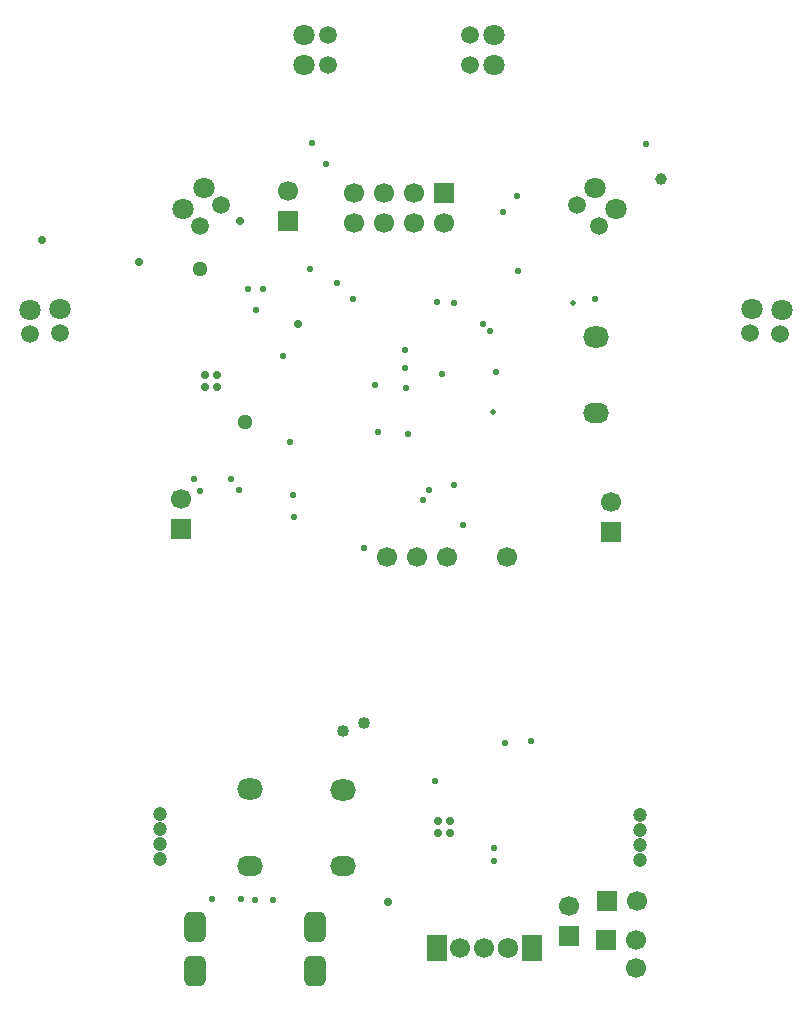
<source format=gbs>
%FSTAX23Y23*%
%MOIN*%
%SFA1B1*%

%IPPOS*%
%AMD135*
4,1,8,-0.035400,0.031500,-0.035400,-0.031500,-0.015700,-0.051200,0.015700,-0.051200,0.035400,-0.031500,0.035400,0.031500,0.015700,0.051200,-0.015700,0.051200,-0.035400,0.031500,0.0*
1,1,0.039400,-0.015700,0.031500*
1,1,0.039400,-0.015700,-0.031500*
1,1,0.039400,0.015700,-0.031500*
1,1,0.039400,0.015700,0.031500*
%
%ADD71C,0.051200*%
%ADD72C,0.039400*%
%ADD73C,0.059100*%
%ADD76C,0.019700*%
%ADD80C,0.022000*%
%ADD81C,0.027600*%
%ADD82C,0.040000*%
%ADD83C,0.028000*%
%ADD125O,0.086600X0.070900*%
%ADD126O,0.086600X0.066900*%
%ADD127C,0.070900*%
%ADD128C,0.047200*%
%ADD129C,0.066900*%
%ADD130R,0.066900X0.086600*%
%ADD131C,0.067900*%
%ADD132C,0.027600*%
%ADD133R,0.066900X0.066900*%
%ADD134R,0.066900X0.066900*%
G04~CAMADD=135~8~0.0~0.0~1024.0~709.0~197.0~0.0~15~0.0~0.0~0.0~0.0~0~0.0~0.0~0.0~0.0~0~0.0~0.0~0.0~90.0~708.0~1023.0*
%ADD135D135*%
%LNshank2.0_pcb-1*%
%LPD*%
G54D71*
X-00663Y02418D03*
X-00515Y0191D03*
G54D72*
X00872Y02719D03*
G54D73*
X0117Y02206D03*
X0127Y02203D03*
X00594Y02633D03*
X00665Y02563D03*
X00236Y03199D03*
Y03099D03*
X-00236D03*
Y03199D03*
X-00665Y02563D03*
X-00594Y02633D03*
X-01231Y02203D03*
X-01131Y02206D03*
G54D76*
X00578Y02305D03*
X00314Y01941D03*
G54D80*
X00018Y02149D03*
X-00505Y02353D03*
X00304Y02211D03*
X0003Y0187D03*
X-00072Y01876D03*
X-00479Y02282D03*
X-00663Y0168D03*
X00822Y02836D03*
X-00117Y01488D03*
X00346Y02608D03*
X00278Y02236D03*
X00438Y00846D03*
X00351Y00839D03*
X-00481Y00316D03*
X-00624Y00319D03*
X-0042Y00316D03*
X-00528Y0032D03*
X00127Y02307D03*
X-00245Y02767D03*
X-0029Y02839D03*
X00098Y01683D03*
X00078Y01648D03*
X-00535Y01682D03*
X-00562Y01719D03*
X-00684D03*
X-00365Y01842D03*
X00393Y02663D03*
X-00454Y02352D03*
X00324Y02074D03*
X00396Y02411D03*
X00213Y01566D03*
X00181Y01697D03*
X00119Y00712D03*
X00021Y02023D03*
X00019Y02089D03*
X00143Y02068D03*
X-00352Y01593D03*
X-00355Y01664D03*
X-00081Y02032D03*
X00653Y02319D03*
X-00296Y02419D03*
X00184Y02305D03*
X-00155Y02317D03*
X-00209Y02372D03*
X-00388Y02128D03*
X00315Y00488D03*
X00316Y00444D03*
G54D81*
X-00038Y00309D03*
G54D82*
X-00119Y00906D03*
X-00187Y00879D03*
G54D83*
X-00531Y02579D03*
X-00337Y02236D03*
X-01192Y02514D03*
X-00866Y02442D03*
X00129Y00537D03*
X00169Y00577D03*
Y00537D03*
X00129Y00577D03*
G54D125*
X00657Y02193D03*
X-00496Y00685D03*
X-00187Y00682D03*
G54D126*
X00657Y01937D03*
X-00496Y0043D03*
X-00187Y00427D03*
G54D127*
X01175Y02285D03*
X01275Y02282D03*
X00652Y02689D03*
X00723Y02618D03*
X00316Y03198D03*
Y03098D03*
X-00317Y031D03*
Y032D03*
X-00722Y02617D03*
X-00651Y02688D03*
X-01231Y02281D03*
X-01131Y02284D03*
G54D128*
X00804Y00599D03*
Y00549D03*
Y00499D03*
Y00449D03*
X-00799Y00453D03*
Y00503D03*
Y00553D03*
Y00603D03*
G54D129*
X-00042Y01459D03*
X00058D03*
X00158D03*
X00358D03*
X00283Y00154D03*
X00204D03*
X00567Y00294D03*
X00791Y00313D03*
X-00372Y02678D03*
X0015Y02572D03*
X0005Y02672D03*
Y02572D03*
X-0005Y02672D03*
Y02572D03*
X-0015Y02672D03*
Y02572D03*
X00789Y00088D03*
X-00729Y01652D03*
X00706Y01642D03*
X0079Y00182D03*
G54D130*
X00441Y00154D03*
X00126D03*
G54D131*
X00362Y00154D03*
G54D132*
X-00608Y02064D03*
Y02025D03*
X-00648Y02064D03*
Y02025D03*
G54D133*
X00567Y00194D03*
X-00372Y02578D03*
X-00729Y01552D03*
X00706Y01542D03*
G54D134*
X00691Y00313D03*
X0015Y02672D03*
X0069Y00182D03*
G54D135*
X-00681Y0008D03*
X-0028D03*
Y00225D03*
X-00681D03*
M02*
</source>
